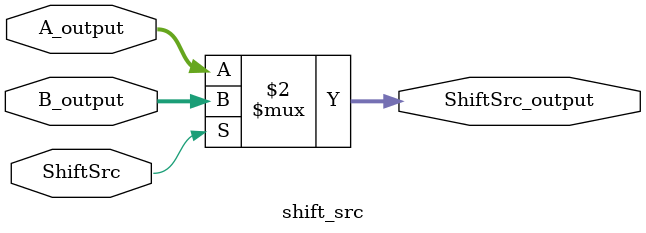
<source format=v>
module shift_src(
    input  wire ShiftSrc,
    input wire [31:0] A_output,
    input wire [31:0] B_output,
    output wire [31:0] ShiftSrc_output
);


    assign ShiftSrc_output = (ShiftSrc == 1'b1) ? B_output : A_output;

endmodule
</source>
